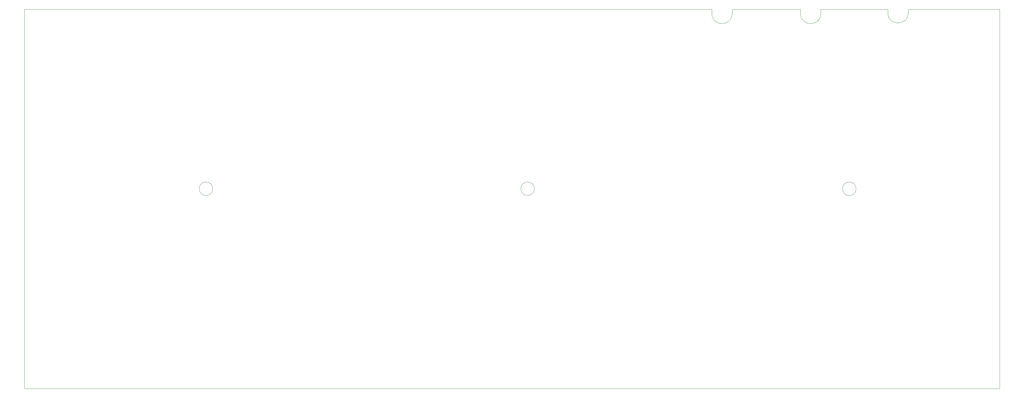
<source format=gbr>
G04 #@! TF.GenerationSoftware,KiCad,Pcbnew,5.1.5+dfsg1-2build2*
G04 #@! TF.CreationDate,2024-05-31T17:47:10+01:00*
G04 #@! TF.ProjectId,membrane1,6d656d62-7261-46e6-9531-2e6b69636164,rev?*
G04 #@! TF.SameCoordinates,Original*
G04 #@! TF.FileFunction,Profile,NP*
%FSLAX46Y46*%
G04 Gerber Fmt 4.6, Leading zero omitted, Abs format (unit mm)*
G04 Created by KiCad (PCBNEW 5.1.5+dfsg1-2build2) date 2024-05-31 17:47:10*
%MOMM*%
%LPD*%
G04 APERTURE LIST*
%ADD10C,0.050000*%
G04 APERTURE END LIST*
D10*
X123600000Y-140000000D02*
G75*
G03X123600000Y-140000000I-2000000J0D01*
G01*
X218600000Y-140000000D02*
G75*
G03X218600000Y-140000000I-2000000J0D01*
G01*
X313600000Y-140000000D02*
G75*
G03X313600000Y-140000000I-2000000J0D01*
G01*
X303200000Y-87000000D02*
X323000000Y-87000000D01*
X303200000Y-88200000D02*
X303200000Y-87000000D01*
X297200000Y-87000000D02*
X297200000Y-88200000D01*
X296500000Y-87000000D02*
X297200000Y-87000000D01*
X296500000Y-87000000D02*
X294000000Y-87000000D01*
X323000000Y-87000000D02*
X323000000Y-88000000D01*
X329000000Y-87000000D02*
X329000000Y-88000000D01*
X271000000Y-88100000D02*
X271000000Y-88200000D01*
X271000000Y-87000000D02*
X267000000Y-87000000D01*
X277000000Y-87000000D02*
X294000000Y-87000000D01*
X261000000Y-87000000D02*
X267000000Y-87000000D01*
X277000000Y-88200000D02*
X277000000Y-87000000D01*
X271000000Y-88100000D02*
X271000000Y-87000000D01*
X277000000Y-88200000D02*
G75*
G02X271000000Y-88200000I-3000000J0D01*
G01*
X303200000Y-88200000D02*
G75*
G02X297200000Y-88200000I-3000000J0D01*
G01*
X329000000Y-88000000D02*
G75*
G02X323000000Y-88000000I-3000000J0D01*
G01*
X261000000Y-87000000D02*
X68000000Y-87000000D01*
X329000000Y-87000000D02*
X356000000Y-87000000D01*
X68000000Y-87000000D02*
X68000000Y-199000000D01*
X356000000Y-199000000D02*
X356000000Y-87000000D01*
X68000000Y-199000000D02*
X356000000Y-199000000D01*
M02*

</source>
